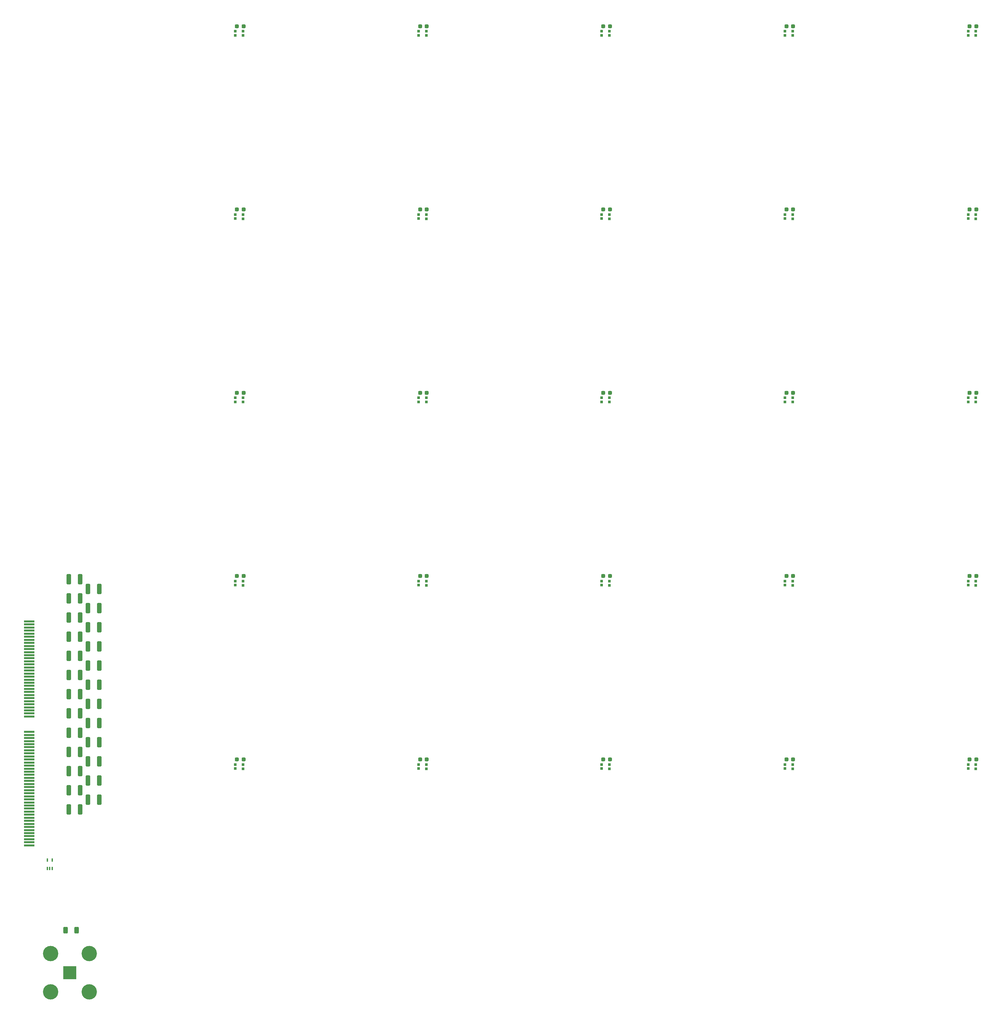
<source format=gbr>
%TF.GenerationSoftware,KiCad,Pcbnew,8.0.2-1*%
%TF.CreationDate,2024-06-03T22:08:22-04:00*%
%TF.ProjectId,Untitled,556e7469-746c-4656-942e-6b696361645f,rev?*%
%TF.SameCoordinates,Original*%
%TF.FileFunction,Soldermask,Top*%
%TF.FilePolarity,Negative*%
%FSLAX46Y46*%
G04 Gerber Fmt 4.6, Leading zero omitted, Abs format (unit mm)*
G04 Created by KiCad (PCBNEW 8.0.2-1) date 2024-06-03 22:08:22*
%MOMM*%
%LPD*%
G01*
G04 APERTURE LIST*
G04 Aperture macros list*
%AMRoundRect*
0 Rectangle with rounded corners*
0 $1 Rounding radius*
0 $2 $3 $4 $5 $6 $7 $8 $9 X,Y pos of 4 corners*
0 Add a 4 corners polygon primitive as box body*
4,1,4,$2,$3,$4,$5,$6,$7,$8,$9,$2,$3,0*
0 Add four circle primitives for the rounded corners*
1,1,$1+$1,$2,$3*
1,1,$1+$1,$4,$5*
1,1,$1+$1,$6,$7*
1,1,$1+$1,$8,$9*
0 Add four rect primitives between the rounded corners*
20,1,$1+$1,$2,$3,$4,$5,0*
20,1,$1+$1,$4,$5,$6,$7,0*
20,1,$1+$1,$6,$7,$8,$9,0*
20,1,$1+$1,$8,$9,$2,$3,0*%
G04 Aperture macros list end*
%ADD10R,0.700000X0.700000*%
%ADD11RoundRect,0.237500X-0.287500X-0.237500X0.287500X-0.237500X0.287500X0.237500X-0.287500X0.237500X0*%
%ADD12R,3.500000X3.500000*%
%ADD13C,4.000000*%
%ADD14RoundRect,0.250000X-0.312500X-0.625000X0.312500X-0.625000X0.312500X0.625000X-0.312500X0.625000X0*%
%ADD15RoundRect,0.250000X-0.325000X-1.100000X0.325000X-1.100000X0.325000X1.100000X-0.325000X1.100000X0*%
%ADD16R,2.800000X0.550000*%
%ADD17RoundRect,0.087500X-0.087500X-0.337500X0.087500X-0.337500X0.087500X0.337500X-0.087500X0.337500X0*%
G04 APERTURE END LIST*
D10*
%TO.C,REF\u002A\u002A21*%
X156002500Y-264200000D03*
X153977500Y-264150000D03*
D11*
X156125000Y-261765000D03*
D10*
X153977500Y-263100000D03*
X156002500Y-263100000D03*
D11*
X154375000Y-261765000D03*
%TD*%
D10*
%TO.C,REF\u002A\u002A20*%
X108202500Y-264200000D03*
X106177500Y-264150000D03*
D11*
X108325000Y-261765000D03*
D10*
X106177500Y-263100000D03*
X108202500Y-263100000D03*
D11*
X106575000Y-261765000D03*
%TD*%
D10*
%TO.C,REF\u002A\u002A5*%
X108202500Y-120800000D03*
X106177500Y-120750000D03*
D11*
X108325000Y-118365000D03*
D10*
X106177500Y-119700000D03*
X108202500Y-119700000D03*
D11*
X106575000Y-118365000D03*
%TD*%
D10*
%TO.C,REF\u002A\u002A3*%
X251602500Y-73000000D03*
X249577500Y-72950000D03*
D11*
X251725000Y-70565000D03*
D10*
X249577500Y-71900000D03*
X251602500Y-71900000D03*
D11*
X249975000Y-70565000D03*
%TD*%
D10*
%TO.C,REF\u002A\u002A4*%
X299402500Y-73000000D03*
X297377500Y-72950000D03*
D11*
X299525000Y-70565000D03*
D10*
X297377500Y-71900000D03*
X299402500Y-71900000D03*
D11*
X297775000Y-70565000D03*
%TD*%
D12*
%TO.C,LEDs*%
X63000000Y-317400000D03*
D13*
X57975000Y-322425000D03*
X68025000Y-322425000D03*
X57975000Y-312375000D03*
X68025000Y-312375000D03*
%TD*%
D10*
%TO.C,REF\u002A\u002A2*%
X203802500Y-73000000D03*
X201777500Y-72950000D03*
D11*
X203925000Y-70565000D03*
D10*
X201777500Y-71900000D03*
X203802500Y-71900000D03*
D11*
X202175000Y-70565000D03*
%TD*%
D10*
%TO.C,REF\u002A\u002A19*%
X299402500Y-216400000D03*
X297377500Y-216350000D03*
D11*
X299525000Y-213965000D03*
D10*
X297377500Y-215300000D03*
X299402500Y-215300000D03*
D11*
X297775000Y-213965000D03*
%TD*%
D10*
%TO.C,REF\u002A\u002A7*%
X203802500Y-120800000D03*
X201777500Y-120750000D03*
D11*
X203925000Y-118365000D03*
D10*
X201777500Y-119700000D03*
X203802500Y-119700000D03*
D11*
X202175000Y-118365000D03*
%TD*%
D10*
%TO.C,REF\u002A\u002A8*%
X251602500Y-120800000D03*
X249577500Y-120750000D03*
D11*
X251725000Y-118365000D03*
D10*
X249577500Y-119700000D03*
X251602500Y-119700000D03*
D11*
X249975000Y-118365000D03*
%TD*%
D10*
%TO.C,REF\u002A\u002A14*%
X299402500Y-168600000D03*
X297377500Y-168550000D03*
D11*
X299525000Y-166165000D03*
D10*
X297377500Y-167500000D03*
X299402500Y-167500000D03*
D11*
X297775000Y-166165000D03*
%TD*%
D10*
%TO.C,REF\u002A\u002A23*%
X251602500Y-264200000D03*
X249577500Y-264150000D03*
D11*
X251725000Y-261765000D03*
D10*
X249577500Y-263100000D03*
X251602500Y-263100000D03*
D11*
X249975000Y-261765000D03*
%TD*%
D10*
%TO.C,REF\u002A\u002A24*%
X299402500Y-264200000D03*
X297377500Y-264150000D03*
D11*
X299525000Y-261765000D03*
D10*
X297377500Y-263100000D03*
X299402500Y-263100000D03*
D11*
X297775000Y-261765000D03*
%TD*%
D10*
%TO.C,REF\u002A\u002A16*%
X156002500Y-216400000D03*
X153977500Y-216350000D03*
D11*
X156125000Y-213965000D03*
D10*
X153977500Y-215300000D03*
X156002500Y-215300000D03*
D11*
X154375000Y-213965000D03*
%TD*%
D10*
%TO.C,REF\u002A\u002A10*%
X108202500Y-168600000D03*
X106177500Y-168550000D03*
D11*
X108325000Y-166165000D03*
D10*
X106177500Y-167500000D03*
X108202500Y-167500000D03*
D11*
X106575000Y-166165000D03*
%TD*%
D10*
%TO.C,REF\u002A\u002A6*%
X156002500Y-120800000D03*
X153977500Y-120750000D03*
D11*
X156125000Y-118365000D03*
D10*
X153977500Y-119700000D03*
X156002500Y-119700000D03*
D11*
X154375000Y-118365000D03*
%TD*%
D10*
%TO.C,REF\u002A\u002A17*%
X203802500Y-216400000D03*
X201777500Y-216350000D03*
D11*
X203925000Y-213965000D03*
D10*
X201777500Y-215300000D03*
X203802500Y-215300000D03*
D11*
X202175000Y-213965000D03*
%TD*%
D10*
%TO.C,REF\u002A\u002A12*%
X203802500Y-168600000D03*
X201777500Y-168550000D03*
D11*
X203925000Y-166165000D03*
D10*
X201777500Y-167500000D03*
X203802500Y-167500000D03*
D11*
X202175000Y-166165000D03*
%TD*%
D10*
%TO.C,REF\u002A\u002A22*%
X203802500Y-264200000D03*
X201777500Y-264150000D03*
D11*
X203925000Y-261765000D03*
D10*
X201777500Y-263100000D03*
X203802500Y-263100000D03*
D11*
X202175000Y-261765000D03*
%TD*%
D10*
%TO.C,REF\u002A\u002A15*%
X108202500Y-216400000D03*
X106177500Y-216350000D03*
D11*
X108325000Y-213965000D03*
D10*
X106177500Y-215300000D03*
X108202500Y-215300000D03*
D11*
X106575000Y-213965000D03*
%TD*%
D14*
%TO.C,50 \u03A9*%
X61837500Y-306300000D03*
X64762500Y-306300000D03*
%TD*%
D10*
%TO.C,REF\u002A\u002A9*%
X299402500Y-120800000D03*
X297377500Y-120750000D03*
D11*
X299525000Y-118365000D03*
D10*
X297377500Y-119700000D03*
X299402500Y-119700000D03*
D11*
X297775000Y-118365000D03*
%TD*%
D10*
%TO.C,REF\u002A\u002A13*%
X251602500Y-168600000D03*
X249577500Y-168550000D03*
D11*
X251725000Y-166165000D03*
D10*
X249577500Y-167500000D03*
X251602500Y-167500000D03*
D11*
X249975000Y-166165000D03*
%TD*%
D10*
%TO.C,REF\u002A\u002A1*%
X156002500Y-73000000D03*
X153977500Y-72950000D03*
D11*
X156125000Y-70565000D03*
D10*
X153977500Y-71900000D03*
X156002500Y-71900000D03*
D11*
X154375000Y-70565000D03*
%TD*%
D10*
%TO.C,REF\u002A\u002A18*%
X251602500Y-216400000D03*
X249577500Y-216350000D03*
D11*
X251725000Y-213965000D03*
D10*
X249577500Y-215300000D03*
X251602500Y-215300000D03*
D11*
X249975000Y-213965000D03*
%TD*%
D10*
%TO.C,REF\u002A\u002A*%
X108202500Y-73000000D03*
X106177500Y-72950000D03*
D11*
X108325000Y-70565000D03*
D10*
X106177500Y-71900000D03*
X108202500Y-71900000D03*
D11*
X106575000Y-70565000D03*
%TD*%
D10*
%TO.C,REF\u002A\u002A11*%
X156002500Y-168600000D03*
X153977500Y-168550000D03*
D11*
X156125000Y-166165000D03*
D10*
X153977500Y-167500000D03*
X156002500Y-167500000D03*
D11*
X154375000Y-166165000D03*
%TD*%
D15*
%TO.C,10 nF*%
X62725000Y-254800000D03*
X65675000Y-254800000D03*
%TD*%
%TO.C,10 nF*%
X67725000Y-237300000D03*
X70675000Y-237300000D03*
%TD*%
%TO.C,10 nF*%
X62725000Y-269800000D03*
X65675000Y-269800000D03*
%TD*%
D16*
%TO.C,REF\u002A\u002A*%
X52400000Y-225800000D03*
X52400000Y-226600000D03*
X52400000Y-227400000D03*
X52400000Y-228200000D03*
X52400000Y-229000000D03*
X52400000Y-229800000D03*
X52400000Y-230600000D03*
X52400000Y-231400000D03*
X52400000Y-232200000D03*
X52400000Y-233000000D03*
X52400000Y-233800000D03*
X52400000Y-234600000D03*
X52400000Y-235400000D03*
X52400000Y-236200000D03*
X52400000Y-237000000D03*
X52400000Y-237800000D03*
X52400000Y-238600000D03*
X52400000Y-239400000D03*
X52400000Y-240200000D03*
X52400000Y-241000000D03*
X52400000Y-241800000D03*
X52400000Y-242600000D03*
X52400000Y-243400000D03*
X52400000Y-244200000D03*
X52400000Y-245000000D03*
X52400000Y-245800000D03*
X52400000Y-246600000D03*
X52400000Y-247400000D03*
X52400000Y-248200000D03*
X52400000Y-249000000D03*
X52400000Y-249800000D03*
X52400000Y-250600000D03*
X52400000Y-254600000D03*
X52400000Y-255400000D03*
X52400000Y-256200000D03*
X52400000Y-257000000D03*
X52400000Y-257800000D03*
X52400000Y-258600000D03*
X52400000Y-259400000D03*
X52400000Y-260200000D03*
X52400000Y-261000000D03*
X52400000Y-261800000D03*
X52400000Y-262600000D03*
X52400000Y-263400000D03*
X52400000Y-264200000D03*
X52400000Y-265000000D03*
X52400000Y-265800000D03*
X52400000Y-266600000D03*
X52400000Y-267400000D03*
X52400000Y-268200000D03*
X52400000Y-269000000D03*
X52400000Y-269800000D03*
X52400000Y-270600000D03*
X52400000Y-271400000D03*
X52400000Y-272200000D03*
X52400000Y-273000000D03*
X52400000Y-273800000D03*
X52400000Y-274600000D03*
X52400000Y-275400000D03*
X52400000Y-276200000D03*
X52400000Y-277000000D03*
X52400000Y-277800000D03*
X52400000Y-278600000D03*
X52400000Y-279400000D03*
X52400000Y-280200000D03*
X52400000Y-281000000D03*
X52400000Y-281800000D03*
X52400000Y-282600000D03*
X52400000Y-283400000D03*
X52400000Y-284200000D03*
%TD*%
D15*
%TO.C,10 nF*%
X67725000Y-272300000D03*
X70675000Y-272300000D03*
%TD*%
D17*
%TO.C,Temp1*%
X57100000Y-290200000D03*
X57750000Y-290200000D03*
X58400000Y-290200000D03*
X58400000Y-288000000D03*
X57100000Y-288000000D03*
%TD*%
D15*
%TO.C,10 nF*%
X67725000Y-227300000D03*
X70675000Y-227300000D03*
%TD*%
%TO.C,10 nF*%
X67725000Y-257300000D03*
X70675000Y-257300000D03*
%TD*%
%TO.C,10 nF*%
X62725000Y-249800000D03*
X65675000Y-249800000D03*
%TD*%
%TO.C,10 nF*%
X62725000Y-274800000D03*
X65675000Y-274800000D03*
%TD*%
%TO.C,10 nF*%
X67725000Y-232300000D03*
X70675000Y-232300000D03*
%TD*%
%TO.C,10 nF*%
X67725000Y-242300000D03*
X70675000Y-242300000D03*
%TD*%
%TO.C,10 nF*%
X67725000Y-222300000D03*
X70675000Y-222300000D03*
%TD*%
%TO.C,10 nF*%
X62725000Y-259800000D03*
X65675000Y-259800000D03*
%TD*%
%TO.C,10 nF*%
X62725000Y-239800000D03*
X65675000Y-239800000D03*
%TD*%
%TO.C,10 nF*%
X67725000Y-217300000D03*
X70675000Y-217300000D03*
%TD*%
%TO.C,10 nF*%
X67725000Y-267300000D03*
X70675000Y-267300000D03*
%TD*%
%TO.C,10 nF*%
X62725000Y-219800000D03*
X65675000Y-219800000D03*
%TD*%
%TO.C,10 nF*%
X67725000Y-252300000D03*
X70675000Y-252300000D03*
%TD*%
%TO.C,10 nF*%
X67725000Y-247300000D03*
X70675000Y-247300000D03*
%TD*%
%TO.C,10 nF*%
X62725000Y-229800000D03*
X65675000Y-229800000D03*
%TD*%
%TO.C,10 nF*%
X62725000Y-264800000D03*
X65675000Y-264800000D03*
%TD*%
%TO.C,10 nF*%
X67725000Y-262300000D03*
X70675000Y-262300000D03*
%TD*%
%TO.C,10 nF*%
X62725000Y-214800000D03*
X65675000Y-214800000D03*
%TD*%
%TO.C,10 nF*%
X62725000Y-224800000D03*
X65675000Y-224800000D03*
%TD*%
%TO.C,10 nF*%
X62725000Y-244800000D03*
X65675000Y-244800000D03*
%TD*%
%TO.C,10 nF*%
X62725000Y-234800000D03*
X65675000Y-234800000D03*
%TD*%
M02*

</source>
